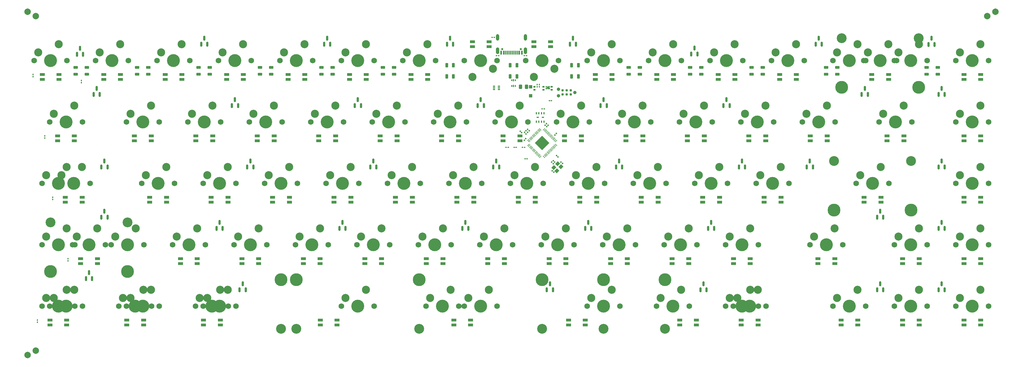
<source format=gbs>
G04 #@! TF.GenerationSoftware,KiCad,Pcbnew,(7.0.0)*
G04 #@! TF.CreationDate,2023-05-15T23:08:46-07:00*
G04 #@! TF.ProjectId,pcb-solder-rails,7063622d-736f-46c6-9465-722d7261696c,1.0*
G04 #@! TF.SameCoordinates,Original*
G04 #@! TF.FileFunction,Soldermask,Bot*
G04 #@! TF.FilePolarity,Negative*
%FSLAX46Y46*%
G04 Gerber Fmt 4.6, Leading zero omitted, Abs format (unit mm)*
G04 Created by KiCad (PCBNEW (7.0.0)) date 2023-05-15 23:08:46*
%MOMM*%
%LPD*%
G01*
G04 APERTURE LIST*
G04 Aperture macros list*
%AMRoundRect*
0 Rectangle with rounded corners*
0 $1 Rounding radius*
0 $2 $3 $4 $5 $6 $7 $8 $9 X,Y pos of 4 corners*
0 Add a 4 corners polygon primitive as box body*
4,1,4,$2,$3,$4,$5,$6,$7,$8,$9,$2,$3,0*
0 Add four circle primitives for the rounded corners*
1,1,$1+$1,$2,$3*
1,1,$1+$1,$4,$5*
1,1,$1+$1,$6,$7*
1,1,$1+$1,$8,$9*
0 Add four rect primitives between the rounded corners*
20,1,$1+$1,$2,$3,$4,$5,0*
20,1,$1+$1,$4,$5,$6,$7,0*
20,1,$1+$1,$6,$7,$8,$9,0*
20,1,$1+$1,$8,$9,$2,$3,0*%
%AMRotRect*
0 Rectangle, with rotation*
0 The origin of the aperture is its center*
0 $1 length*
0 $2 width*
0 $3 Rotation angle, in degrees counterclockwise*
0 Add horizontal line*
21,1,$1,$2,0,0,$3*%
G04 Aperture macros list end*
%ADD10C,0.010000*%
%ADD11RoundRect,0.082000X-0.718000X0.328000X-0.718000X-0.328000X0.718000X-0.328000X0.718000X0.328000X0*%
%ADD12C,1.750000*%
%ADD13C,4.000000*%
%ADD14C,2.500000*%
%ADD15C,3.048000*%
%ADD16C,3.987800*%
%ADD17RoundRect,0.082000X0.718000X-0.328000X0.718000X0.328000X-0.718000X0.328000X-0.718000X-0.328000X0*%
%ADD18C,2.000000*%
%ADD19RoundRect,0.100000X0.130000X0.100000X-0.130000X0.100000X-0.130000X-0.100000X0.130000X-0.100000X0*%
%ADD20RoundRect,0.150000X0.150000X-0.587500X0.150000X0.587500X-0.150000X0.587500X-0.150000X-0.587500X0*%
%ADD21RoundRect,0.090000X0.560000X-0.360000X0.560000X0.360000X-0.560000X0.360000X-0.560000X-0.360000X0*%
%ADD22RotRect,1.150000X1.000000X45.000000*%
%ADD23RoundRect,0.100000X-0.021213X-0.162635X0.162635X0.021213X0.021213X0.162635X-0.162635X-0.021213X0*%
%ADD24RoundRect,0.100000X-0.100000X0.130000X-0.100000X-0.130000X0.100000X-0.130000X0.100000X0.130000X0*%
%ADD25R,0.375000X0.500000*%
%ADD26R,0.300000X0.650000*%
%ADD27RoundRect,0.100000X-0.162635X0.021213X0.021213X-0.162635X0.162635X-0.021213X-0.021213X0.162635X0*%
%ADD28RoundRect,0.100000X0.100000X-0.130000X0.100000X0.130000X-0.100000X0.130000X-0.100000X-0.130000X0*%
%ADD29C,1.067000*%
%ADD30C,0.787000*%
%ADD31R,0.400000X0.800000*%
%ADD32R,0.800000X0.350000*%
%ADD33C,0.650000*%
%ADD34R,0.600000X1.150000*%
%ADD35R,0.300000X1.150000*%
%ADD36O,1.000000X2.000000*%
%ADD37O,1.050000X2.100000*%
%ADD38RoundRect,0.100000X0.162635X-0.021213X-0.021213X0.162635X-0.162635X0.021213X0.021213X-0.162635X0*%
%ADD39RoundRect,0.050000X0.238649X0.309359X-0.309359X-0.238649X-0.238649X-0.309359X0.309359X0.238649X0*%
%ADD40RoundRect,0.050000X-0.238649X0.309359X-0.309359X0.238649X0.238649X-0.309359X0.309359X-0.238649X0*%
%ADD41RotRect,3.200000X3.200000X225.000000*%
%ADD42RoundRect,0.100000X-0.130000X-0.100000X0.130000X-0.100000X0.130000X0.100000X-0.130000X0.100000X0*%
%ADD43RoundRect,0.090000X0.360000X0.560000X-0.360000X0.560000X-0.360000X-0.560000X0.360000X-0.560000X0*%
%ADD44RoundRect,0.140000X-0.170000X0.140000X-0.170000X-0.140000X0.170000X-0.140000X0.170000X0.140000X0*%
%ADD45RoundRect,0.100000X0.021213X0.162635X-0.162635X-0.021213X-0.021213X-0.162635X0.162635X0.021213X0*%
%ADD46R,0.700000X0.340000*%
%ADD47RoundRect,0.090000X-0.360000X-0.560000X0.360000X-0.560000X0.360000X0.560000X-0.360000X0.560000X0*%
%ADD48RoundRect,0.250000X0.300000X-0.300000X0.300000X0.300000X-0.300000X0.300000X-0.300000X-0.300000X0*%
%ADD49RoundRect,0.243750X-0.243750X-0.456250X0.243750X-0.456250X0.243750X0.456250X-0.243750X0.456250X0*%
G04 APERTURE END LIST*
G04 #@! TO.C,U8*
G36*
X164180143Y85458143D02*
G01*
X163767000Y85045001D01*
X163353857Y85458143D01*
X163767000Y85871286D01*
X164180143Y85458143D01*
G37*
D10*
X164180143Y85458143D02*
X163767000Y85045001D01*
X163353857Y85458143D01*
X163767000Y85871286D01*
X164180143Y85458143D01*
G36*
X164427000Y84980000D02*
G01*
X163902000Y84980000D01*
X163902000Y85110000D01*
X164147000Y85360000D01*
X164427000Y85360000D01*
X164427000Y84980000D01*
G37*
G36*
X164427000Y85560000D02*
G01*
X164147000Y85560000D01*
X163902000Y85810000D01*
X163902000Y85940000D01*
X164427000Y85940000D01*
X164427000Y85560000D01*
G37*
G36*
X163632000Y85110000D02*
G01*
X163632000Y84980000D01*
X163107000Y84980000D01*
X163107000Y85360000D01*
X163387000Y85360000D01*
X163632000Y85110000D01*
G37*
G36*
X163632000Y85810000D02*
G01*
X163387000Y85560000D01*
X163107000Y85560000D01*
X163107000Y85940000D01*
X163632000Y85940000D01*
X163632000Y85810000D01*
G37*
G04 #@! TD*
D11*
G04 #@! TO.C,D16*
X26099500Y89520001D03*
X26099500Y88020001D03*
X31299500Y88020001D03*
X31299500Y89520001D03*
G04 #@! TD*
D12*
G04 #@! TO.C,MX68*
X6950750Y55750000D03*
D13*
X12030750Y55750000D03*
D12*
X17110750Y55750000D03*
D14*
X8220750Y58290000D03*
X14570750Y60830000D03*
G04 #@! TD*
D12*
G04 #@! TO.C,MX18*
X52194500Y74800000D03*
D13*
X57274500Y74800000D03*
D12*
X62354500Y74800000D03*
D14*
X53464500Y77340000D03*
X59814500Y79880000D03*
G04 #@! TD*
D12*
G04 #@! TO.C,MX6*
X99819500Y93850000D03*
D13*
X104899500Y93850000D03*
D12*
X109979500Y93850000D03*
D14*
X101089500Y96390000D03*
X107439500Y98930000D03*
G04 #@! TD*
D12*
G04 #@! TO.C,MX67*
X290319500Y17650000D03*
D13*
X295399500Y17650000D03*
D12*
X300479500Y17650000D03*
D14*
X291589500Y20190000D03*
X297939500Y22730000D03*
G04 #@! TD*
D11*
G04 #@! TO.C,D65*
X145162000Y32370001D03*
X145162000Y30870001D03*
X150362000Y30870001D03*
X150362000Y32370001D03*
G04 #@! TD*
G04 #@! TO.C,D81*
X254699500Y13320001D03*
X254699500Y11820001D03*
X259899500Y11820001D03*
X259899500Y13320001D03*
G04 #@! TD*
D12*
G04 #@! TO.C,MX78*
X99819500Y17650000D03*
D13*
X104899500Y17650000D03*
D12*
X109979500Y17650000D03*
D14*
X101089500Y20190000D03*
X107439500Y22730000D03*
G04 #@! TD*
D12*
G04 #@! TO.C,MX73*
X6950750Y36700000D03*
D13*
X12030750Y36700000D03*
D12*
X17110750Y36700000D03*
D14*
X8220750Y39240000D03*
X14570750Y41780000D03*
G04 #@! TD*
D11*
G04 #@! TO.C,D72*
X292799500Y32370001D03*
X292799500Y30870001D03*
X297999500Y30870001D03*
X297999500Y32370001D03*
G04 #@! TD*
D12*
G04 #@! TO.C,MX59*
X6950750Y17650000D03*
D13*
X12030750Y17650000D03*
D12*
X17110750Y17650000D03*
D14*
X8220750Y20190000D03*
X14570750Y22730000D03*
G04 #@! TD*
D12*
G04 #@! TO.C,MX36*
X114107000Y55750000D03*
D13*
X119187000Y55750000D03*
D12*
X124267000Y55750000D03*
D14*
X115377000Y58290000D03*
X121727000Y60830000D03*
G04 #@! TD*
D12*
G04 #@! TO.C,MX71*
X56957000Y17650000D03*
D13*
X62037000Y17650000D03*
D12*
X67117000Y17650000D03*
D14*
X58227000Y20190000D03*
X64577000Y22730000D03*
G04 #@! TD*
D12*
G04 #@! TO.C,MX2*
X23619500Y93850000D03*
D13*
X28699500Y93850000D03*
D12*
X33779500Y93850000D03*
D14*
X24889500Y96390000D03*
X31239500Y98930000D03*
G04 #@! TD*
D11*
G04 #@! TO.C,D25*
X197549500Y89520001D03*
X197549500Y88020001D03*
X202749500Y88020001D03*
X202749500Y89520001D03*
G04 #@! TD*
G04 #@! TO.C,D17*
X45149500Y89520001D03*
X45149500Y88020001D03*
X50349500Y88020001D03*
X50349500Y89520001D03*
G04 #@! TD*
G04 #@! TO.C,D78*
X170226000Y13320001D03*
X170226000Y11820001D03*
X175426000Y11820001D03*
X175426000Y13320001D03*
G04 #@! TD*
D12*
G04 #@! TO.C,MX69*
X9332000Y17650000D03*
D13*
X14412000Y17650000D03*
D12*
X19492000Y17650000D03*
D14*
X10602000Y20190000D03*
X16952000Y22730000D03*
G04 #@! TD*
D11*
G04 #@! TO.C,D71*
X273749500Y32370001D03*
X273749500Y30870001D03*
X278949500Y30870001D03*
X278949500Y32370001D03*
G04 #@! TD*
D12*
G04 #@! TO.C,MX60*
X30763250Y17650000D03*
D13*
X35843250Y17650000D03*
D12*
X40923250Y17650000D03*
D14*
X32033250Y20190000D03*
X38383250Y22730000D03*
G04 #@! TD*
D12*
G04 #@! TO.C,MX58*
X290319500Y36700000D03*
D13*
X295399500Y36700000D03*
D12*
X300479500Y36700000D03*
D14*
X291589500Y39240000D03*
X297939500Y41780000D03*
G04 #@! TD*
D11*
G04 #@! TO.C,D29*
X292799500Y89520001D03*
X292799500Y88020001D03*
X297999500Y88020001D03*
X297999500Y89520001D03*
G04 #@! TD*
G04 #@! TO.C,D48*
X78487000Y51420001D03*
X78487000Y49920001D03*
X83687000Y49920001D03*
X83687000Y51420001D03*
G04 #@! TD*
D15*
G04 #@! TO.C,REF\u002A\u002A*
X200149500Y10665000D03*
D16*
X200149500Y25905000D03*
D15*
X85849500Y10665000D03*
D16*
X85849500Y25905000D03*
G04 #@! TD*
D12*
G04 #@! TO.C,MX20*
X90294500Y74800000D03*
D13*
X95374500Y74800000D03*
D12*
X100454500Y74800000D03*
D14*
X91564500Y77340000D03*
X97914500Y79880000D03*
G04 #@! TD*
D12*
G04 #@! TO.C,MX40*
X190307000Y55750000D03*
D13*
X195387000Y55750000D03*
D12*
X200467000Y55750000D03*
D14*
X191577000Y58290000D03*
X197927000Y60830000D03*
G04 #@! TD*
D11*
G04 #@! TO.C,D73*
X9430750Y13320001D03*
X9430750Y11820001D03*
X14630750Y11820001D03*
X14630750Y13320001D03*
G04 #@! TD*
G04 #@! TO.C,D67*
X183262000Y32370001D03*
X183262000Y30870001D03*
X188462000Y30870001D03*
X188462000Y32370001D03*
G04 #@! TD*
D12*
G04 #@! TO.C,MX28*
X242694500Y74800000D03*
D13*
X247774500Y74800000D03*
D12*
X252854500Y74800000D03*
D14*
X243964500Y77340000D03*
X250314500Y79880000D03*
G04 #@! TD*
D11*
G04 #@! TO.C,D37*
X149924500Y70470001D03*
X149924500Y68970001D03*
X155124500Y68970001D03*
X155124500Y70470001D03*
G04 #@! TD*
D12*
G04 #@! TO.C,MX52*
X161732000Y36700000D03*
D13*
X166812000Y36700000D03*
D12*
X171892000Y36700000D03*
D14*
X163002000Y39240000D03*
X169352000Y41780000D03*
G04 #@! TD*
D11*
G04 #@! TO.C,D28*
X264224500Y89520001D03*
X264224500Y88020001D03*
X269424500Y88020001D03*
X269424500Y89520001D03*
G04 #@! TD*
D12*
G04 #@! TO.C,MX8*
X148079500Y93850000D03*
D13*
X142999500Y93850000D03*
D12*
X137919500Y93850000D03*
D14*
X146809500Y91310000D03*
X140459500Y88770000D03*
G04 #@! TD*
D12*
G04 #@! TO.C,MX12*
X214119500Y93850000D03*
D13*
X219199500Y93850000D03*
D12*
X224279500Y93850000D03*
D14*
X215389500Y96390000D03*
X221739500Y98930000D03*
G04 #@! TD*
D15*
G04 #@! TO.C,REF\u002A\u002A*
X200149500Y10665000D03*
D16*
X200149500Y25905000D03*
D15*
X162049500Y10665000D03*
D16*
X162049500Y25905000D03*
G04 #@! TD*
D12*
G04 #@! TO.C,MX46*
X47432000Y36700000D03*
D13*
X52512000Y36700000D03*
D12*
X57592000Y36700000D03*
D14*
X48702000Y39240000D03*
X55052000Y41780000D03*
G04 #@! TD*
D12*
G04 #@! TO.C,MX38*
X152207000Y55750000D03*
D13*
X157287000Y55750000D03*
D12*
X162367000Y55750000D03*
D14*
X153477000Y58290000D03*
X159827000Y60830000D03*
G04 #@! TD*
D12*
G04 #@! TO.C,MX72*
X137919500Y17650000D03*
D13*
X142999500Y17650000D03*
D12*
X148079500Y17650000D03*
D14*
X139189500Y20190000D03*
X145539500Y22730000D03*
G04 #@! TD*
D11*
G04 #@! TO.C,D51*
X135637000Y51420001D03*
X135637000Y49920001D03*
X140837000Y49920001D03*
X140837000Y51420001D03*
G04 #@! TD*
G04 #@! TO.C,D38*
X168974500Y70470001D03*
X168974500Y68970001D03*
X174174500Y68970001D03*
X174174500Y70470001D03*
G04 #@! TD*
D12*
G04 #@! TO.C,MX29*
X266507000Y74800000D03*
D13*
X271587000Y74800000D03*
D12*
X276667000Y74800000D03*
D14*
X267777000Y77340000D03*
X274127000Y79880000D03*
G04 #@! TD*
D11*
G04 #@! TO.C,D55*
X211837000Y51420001D03*
X211837000Y49920001D03*
X217037000Y49920001D03*
X217037000Y51420001D03*
G04 #@! TD*
G04 #@! TO.C,D76*
X93240500Y13317901D03*
X93240500Y11817901D03*
X98440500Y11817901D03*
X98440500Y13317901D03*
G04 #@! TD*
D12*
G04 #@! TO.C,MX33*
X56957000Y55750000D03*
D13*
X62037000Y55750000D03*
D12*
X67117000Y55750000D03*
D14*
X58227000Y58290000D03*
X64577000Y60830000D03*
G04 #@! TD*
D11*
G04 #@! TO.C,D15*
X7049500Y89520001D03*
X7049500Y88020001D03*
X12249500Y88020001D03*
X12249500Y89520001D03*
G04 #@! TD*
D12*
G04 #@! TO.C,MX43*
X259363250Y55750000D03*
D13*
X264443250Y55750000D03*
D12*
X269523250Y55750000D03*
D14*
X260633250Y58290000D03*
X266983250Y60830000D03*
G04 #@! TD*
D11*
G04 #@! TO.C,D74*
X33243250Y13320001D03*
X33243250Y11820001D03*
X38443250Y11820001D03*
X38443250Y13320001D03*
G04 #@! TD*
G04 #@! TO.C,D27*
X235649500Y89520001D03*
X235649500Y88020001D03*
X240849500Y88020001D03*
X240849500Y89520001D03*
G04 #@! TD*
D12*
G04 #@! TO.C,MX34*
X76007000Y55750000D03*
D13*
X81087000Y55750000D03*
D12*
X86167000Y55750000D03*
D14*
X77277000Y58290000D03*
X83627000Y60830000D03*
G04 #@! TD*
D12*
G04 #@! TO.C,MX9*
X167129500Y93850000D03*
D13*
X162049500Y93850000D03*
D12*
X156969500Y93850000D03*
D14*
X165859500Y91310000D03*
X159509500Y88770000D03*
G04 #@! TD*
D11*
G04 #@! TO.C,D58*
X292799500Y51420001D03*
X292799500Y49920001D03*
X297999500Y49920001D03*
X297999500Y51420001D03*
G04 #@! TD*
D12*
G04 #@! TO.C,MX64*
X221263250Y17650000D03*
D13*
X226343250Y17650000D03*
D12*
X231423250Y17650000D03*
D14*
X222533250Y20190000D03*
X228883250Y22730000D03*
G04 #@! TD*
D12*
G04 #@! TO.C,MX62*
X126013250Y17650000D03*
D13*
X131093250Y17650000D03*
D12*
X136173250Y17650000D03*
D14*
X127283250Y20190000D03*
X133633250Y22730000D03*
G04 #@! TD*
D12*
G04 #@! TO.C,MX1*
X4569500Y93850000D03*
D13*
X9649500Y93850000D03*
D12*
X14729500Y93850000D03*
D14*
X5839500Y96390000D03*
X12189500Y98930000D03*
G04 #@! TD*
D11*
G04 #@! TO.C,D54*
X192787000Y51420001D03*
X192787000Y49920001D03*
X197987000Y49920001D03*
X197987000Y51420001D03*
G04 #@! TD*
D17*
G04 #@! TO.C,D22*
X145599500Y98179999D03*
X145599500Y99679999D03*
X140399500Y99679999D03*
X140399500Y98179999D03*
G04 #@! TD*
D12*
G04 #@! TO.C,MX79*
X176019500Y17650000D03*
D13*
X181099500Y17650000D03*
D12*
X186179500Y17650000D03*
D14*
X177289500Y20190000D03*
X183639500Y22730000D03*
G04 #@! TD*
D18*
G04 #@! TO.C,REF\u002A\u002A*
X2500000Y109000000D03*
G04 #@! TD*
D12*
G04 #@! TO.C,MX54*
X199832000Y36700000D03*
D13*
X204912000Y36700000D03*
D12*
X209992000Y36700000D03*
D14*
X201102000Y39240000D03*
X207452000Y41780000D03*
G04 #@! TD*
D12*
G04 #@! TO.C,MX70*
X33144500Y17650000D03*
D13*
X38224500Y17650000D03*
D12*
X43304500Y17650000D03*
D14*
X34414500Y20190000D03*
X40764500Y22730000D03*
G04 #@! TD*
D12*
G04 #@! TO.C,MX48*
X85532000Y36700000D03*
D13*
X90612000Y36700000D03*
D12*
X95692000Y36700000D03*
D14*
X86802000Y39240000D03*
X93152000Y41780000D03*
G04 #@! TD*
D11*
G04 #@! TO.C,D52*
X154687000Y51420001D03*
X154687000Y49920001D03*
X159887000Y49920001D03*
X159887000Y51420001D03*
G04 #@! TD*
D12*
G04 #@! TO.C,MX35*
X95057000Y55750000D03*
D13*
X100137000Y55750000D03*
D12*
X105217000Y55750000D03*
D14*
X96327000Y58290000D03*
X102677000Y60830000D03*
G04 #@! TD*
D11*
G04 #@! TO.C,D40*
X207074500Y70470001D03*
X207074500Y68970001D03*
X212274500Y68970001D03*
X212274500Y70470001D03*
G04 #@! TD*
G04 #@! TO.C,D49*
X97537000Y51420001D03*
X97537000Y49920001D03*
X102737000Y49920001D03*
X102737000Y51420001D03*
G04 #@! TD*
D12*
G04 #@! TO.C,MX57*
X271269500Y36700000D03*
D13*
X276349500Y36700000D03*
D12*
X281429500Y36700000D03*
D14*
X272539500Y39240000D03*
X278889500Y41780000D03*
G04 #@! TD*
D11*
G04 #@! TO.C,D33*
X73724500Y70470001D03*
X73724500Y68970001D03*
X78924500Y68970001D03*
X78924500Y70470001D03*
G04 #@! TD*
G04 #@! TO.C,D66*
X164212000Y32370001D03*
X164212000Y30870001D03*
X169412000Y30870001D03*
X169412000Y32370001D03*
G04 #@! TD*
G04 #@! TO.C,D64*
X126112000Y32370001D03*
X126112000Y30870001D03*
X131312000Y30870001D03*
X131312000Y32370001D03*
G04 #@! TD*
D12*
G04 #@! TO.C,MX39*
X171257000Y55750000D03*
D13*
X176337000Y55750000D03*
D12*
X181417000Y55750000D03*
D14*
X172527000Y58290000D03*
X178877000Y60830000D03*
G04 #@! TD*
D12*
G04 #@! TO.C,MX21*
X109344500Y74800000D03*
D13*
X114424500Y74800000D03*
D12*
X119504500Y74800000D03*
D14*
X110614500Y77340000D03*
X116964500Y79880000D03*
G04 #@! TD*
D12*
G04 #@! TO.C,MX23*
X147444500Y74800000D03*
D13*
X152524500Y74800000D03*
D12*
X157604500Y74800000D03*
D14*
X148714500Y77340000D03*
X155064500Y79880000D03*
G04 #@! TD*
D11*
G04 #@! TO.C,D69*
X221362000Y32370001D03*
X221362000Y30870001D03*
X226562000Y30870001D03*
X226562000Y32370001D03*
G04 #@! TD*
D12*
G04 #@! TO.C,MX19*
X71244500Y74800000D03*
D13*
X76324500Y74800000D03*
D12*
X81404500Y74800000D03*
D14*
X72514500Y77340000D03*
X78864500Y79880000D03*
G04 #@! TD*
D11*
G04 #@! TO.C,D19*
X83249500Y89520001D03*
X83249500Y88020001D03*
X88449500Y88020001D03*
X88449500Y89520001D03*
G04 #@! TD*
G04 #@! TO.C,D39*
X188024500Y70470001D03*
X188024500Y68970001D03*
X193224500Y68970001D03*
X193224500Y70470001D03*
G04 #@! TD*
D15*
G04 #@! TO.C,REF\u002A\u002A*
X123949500Y10665000D03*
D16*
X123949500Y25905000D03*
D15*
X85849500Y10665000D03*
D16*
X85849500Y25905000D03*
G04 #@! TD*
D12*
G04 #@! TO.C,MX82*
X252219500Y93850000D03*
D13*
X257299500Y93850000D03*
D12*
X262379500Y93850000D03*
D14*
X253489500Y96390000D03*
X259839500Y98930000D03*
G04 #@! TD*
D11*
G04 #@! TO.C,D77*
X134641250Y13320001D03*
X134641250Y11820001D03*
X139841250Y11820001D03*
X139841250Y13320001D03*
G04 #@! TD*
D17*
G04 #@! TO.C,D23*
X164649500Y98179999D03*
X164649500Y99679999D03*
X159449500Y99679999D03*
X159449500Y98179999D03*
G04 #@! TD*
D12*
G04 #@! TO.C,MX56*
X245075750Y36700000D03*
D13*
X250155750Y36700000D03*
D12*
X255235750Y36700000D03*
D14*
X246345750Y39240000D03*
X252695750Y41780000D03*
G04 #@! TD*
D11*
G04 #@! TO.C,D53*
X173737000Y51420001D03*
X173737000Y49920001D03*
X178937000Y49920001D03*
X178937000Y51420001D03*
G04 #@! TD*
D18*
G04 #@! TO.C,REF\u002A\u002A*
X2500000Y2500000D03*
G04 #@! TD*
D12*
G04 #@! TO.C,MX44*
X290319500Y55750000D03*
D13*
X295399500Y55750000D03*
D12*
X300479500Y55750000D03*
D14*
X291589500Y58290000D03*
X297939500Y60830000D03*
G04 #@! TD*
D12*
G04 #@! TO.C,MX74*
X218882000Y17650000D03*
D13*
X223962000Y17650000D03*
D12*
X229042000Y17650000D03*
D14*
X220152000Y20190000D03*
X226502000Y22730000D03*
G04 #@! TD*
D11*
G04 #@! TO.C,D75*
X57055750Y13320001D03*
X57055750Y11820001D03*
X62255750Y11820001D03*
X62255750Y13320001D03*
G04 #@! TD*
D15*
G04 #@! TO.C,REF\u002A\u002A*
X254886500Y100835000D03*
D16*
X254886500Y85595000D03*
D15*
X278762500Y100835000D03*
D16*
X278762500Y85595000D03*
G04 #@! TD*
D11*
G04 #@! TO.C,D60*
X49912000Y32370001D03*
X49912000Y30870001D03*
X55112000Y30870001D03*
X55112000Y32370001D03*
G04 #@! TD*
D12*
G04 #@! TO.C,MX7*
X118869500Y93850000D03*
D13*
X123949500Y93850000D03*
D12*
X129029500Y93850000D03*
D14*
X120139500Y96390000D03*
X126489500Y98930000D03*
G04 #@! TD*
D12*
G04 #@! TO.C,MX17*
X33144500Y74800000D03*
D13*
X38224500Y74800000D03*
D12*
X43304500Y74800000D03*
D14*
X34414500Y77340000D03*
X40764500Y79880000D03*
G04 #@! TD*
D11*
G04 #@! TO.C,D18*
X64199500Y89520001D03*
X64199500Y88020001D03*
X69399500Y88020001D03*
X69399500Y89520001D03*
G04 #@! TD*
D12*
G04 #@! TO.C,MX63*
X197450750Y17650000D03*
D13*
X202530750Y17650000D03*
D12*
X207610750Y17650000D03*
D14*
X198720750Y20190000D03*
X205070750Y22730000D03*
G04 #@! TD*
D12*
G04 #@! TO.C,MX45*
X16475750Y36700000D03*
D13*
X21555750Y36700000D03*
D12*
X26635750Y36700000D03*
D14*
X17745750Y39240000D03*
X24095750Y41780000D03*
G04 #@! TD*
D12*
G04 #@! TO.C,MX16*
X9332000Y74800000D03*
D13*
X14412000Y74800000D03*
D12*
X19492000Y74800000D03*
D14*
X10602000Y77340000D03*
X16952000Y79880000D03*
G04 #@! TD*
D18*
G04 #@! TO.C,REF\u002A\u002A*
X302549000Y109000000D03*
G04 #@! TD*
D11*
G04 #@! TO.C,D24*
X178499500Y89520001D03*
X178499500Y88020001D03*
X183699500Y88020001D03*
X183699500Y89520001D03*
G04 #@! TD*
G04 #@! TO.C,D50*
X116587000Y51420001D03*
X116587000Y49920001D03*
X121787000Y49920001D03*
X121787000Y51420001D03*
G04 #@! TD*
G04 #@! TO.C,D47*
X59437000Y51420001D03*
X59437000Y49920001D03*
X64637000Y49920001D03*
X64637000Y51420001D03*
G04 #@! TD*
D12*
G04 #@! TO.C,MX81*
X271269500Y93850000D03*
D13*
X276349500Y93850000D03*
D12*
X281429500Y93850000D03*
D14*
X272539500Y96390000D03*
X278889500Y98930000D03*
G04 #@! TD*
D12*
G04 #@! TO.C,MX55*
X218882000Y36700000D03*
D13*
X223962000Y36700000D03*
D12*
X229042000Y36700000D03*
D14*
X220152000Y39240000D03*
X226502000Y41780000D03*
G04 #@! TD*
D15*
G04 #@! TO.C,REF\u002A\u002A*
X181093250Y10665000D03*
D16*
X181093250Y25905000D03*
D15*
X81093250Y10665000D03*
D16*
X81093250Y25905000D03*
G04 #@! TD*
D15*
G04 #@! TO.C,REF\u002A\u002A*
X252505250Y62735000D03*
D16*
X252505250Y47495000D03*
D15*
X276381250Y62735000D03*
D16*
X276381250Y47495000D03*
G04 #@! TD*
D11*
G04 #@! TO.C,D42*
X245174500Y70470001D03*
X245174500Y68970001D03*
X250374500Y68970001D03*
X250374500Y70470001D03*
G04 #@! TD*
G04 #@! TO.C,D44*
X292799500Y70470001D03*
X292799500Y68970001D03*
X297999500Y68970001D03*
X297999500Y70470001D03*
G04 #@! TD*
G04 #@! TO.C,D32*
X54674500Y70470001D03*
X54674500Y68970001D03*
X59874500Y68970001D03*
X59874500Y70470001D03*
G04 #@! TD*
G04 #@! TO.C,D36*
X130874500Y70470001D03*
X130874500Y68970001D03*
X136074500Y68970001D03*
X136074500Y70470001D03*
G04 #@! TD*
D12*
G04 #@! TO.C,MX42*
X228407000Y55750000D03*
D13*
X233487000Y55750000D03*
D12*
X238567000Y55750000D03*
D14*
X229677000Y58290000D03*
X236027000Y60830000D03*
G04 #@! TD*
D12*
G04 #@! TO.C,MX26*
X204594500Y74800000D03*
D13*
X209674500Y74800000D03*
D12*
X214754500Y74800000D03*
D14*
X205864500Y77340000D03*
X212214500Y79880000D03*
G04 #@! TD*
D12*
G04 #@! TO.C,MX5*
X80769500Y93850000D03*
D13*
X85849500Y93850000D03*
D12*
X90929500Y93850000D03*
D14*
X82039500Y96390000D03*
X88389500Y98930000D03*
G04 #@! TD*
D11*
G04 #@! TO.C,D34*
X92774500Y70470001D03*
X92774500Y68970001D03*
X97974500Y68970001D03*
X97974500Y70470001D03*
G04 #@! TD*
G04 #@! TO.C,D56*
X230887000Y51420001D03*
X230887000Y49920001D03*
X236087000Y49920001D03*
X236087000Y51420001D03*
G04 #@! TD*
D12*
G04 #@! TO.C,MX49*
X104582000Y36700000D03*
D13*
X109662000Y36700000D03*
D12*
X114742000Y36700000D03*
D14*
X105852000Y39240000D03*
X112202000Y41780000D03*
G04 #@! TD*
D12*
G04 #@! TO.C,MX53*
X180782000Y36700000D03*
D13*
X185862000Y36700000D03*
D12*
X190942000Y36700000D03*
D14*
X182052000Y39240000D03*
X188402000Y41780000D03*
G04 #@! TD*
D11*
G04 #@! TO.C,D68*
X202312000Y32370001D03*
X202312000Y30870001D03*
X207512000Y30870001D03*
X207512000Y32370001D03*
G04 #@! TD*
D12*
G04 #@! TO.C,MX50*
X123632000Y36700000D03*
D13*
X128712000Y36700000D03*
D12*
X133792000Y36700000D03*
D14*
X124902000Y39240000D03*
X131252000Y41780000D03*
G04 #@! TD*
D11*
G04 #@! TO.C,D61*
X68962000Y32370001D03*
X68962000Y30870001D03*
X74162000Y30870001D03*
X74162000Y32370001D03*
G04 #@! TD*
G04 #@! TO.C,D43*
X268987000Y70470001D03*
X268987000Y68970001D03*
X274187000Y68970001D03*
X274187000Y70470001D03*
G04 #@! TD*
G04 #@! TO.C,D57*
X261843250Y51420001D03*
X261843250Y49920001D03*
X267043250Y49920001D03*
X267043250Y51420001D03*
G04 #@! TD*
G04 #@! TO.C,D80*
X223743250Y13320001D03*
X223743250Y11820001D03*
X228943250Y11820001D03*
X228943250Y13320001D03*
G04 #@! TD*
D12*
G04 #@! TO.C,MX41*
X209357000Y55750000D03*
D13*
X214437000Y55750000D03*
D12*
X219517000Y55750000D03*
D14*
X210627000Y58290000D03*
X216977000Y60830000D03*
G04 #@! TD*
D11*
G04 #@! TO.C,D26*
X216599500Y89520001D03*
X216599500Y88020001D03*
X221799500Y88020001D03*
X221799500Y89520001D03*
G04 #@! TD*
D12*
G04 #@! TO.C,MX11*
X195069500Y93850000D03*
D13*
X200149500Y93850000D03*
D12*
X205229500Y93850000D03*
D14*
X196339500Y96390000D03*
X202689500Y98930000D03*
G04 #@! TD*
D11*
G04 #@! TO.C,D41*
X226124500Y70470001D03*
X226124500Y68970001D03*
X231324500Y68970001D03*
X231324500Y70470001D03*
G04 #@! TD*
D12*
G04 #@! TO.C,MX65*
X252219500Y17650000D03*
D13*
X257299500Y17650000D03*
D12*
X262379500Y17650000D03*
D14*
X253489500Y20190000D03*
X259839500Y22730000D03*
G04 #@! TD*
D11*
G04 #@! TO.C,D31*
X35624500Y70470001D03*
X35624500Y68970001D03*
X40824500Y68970001D03*
X40824500Y70470001D03*
G04 #@! TD*
D12*
G04 #@! TO.C,MX24*
X166494500Y74800000D03*
D13*
X171574500Y74800000D03*
D12*
X176654500Y74800000D03*
D14*
X167764500Y77340000D03*
X174114500Y79880000D03*
G04 #@! TD*
D12*
G04 #@! TO.C,MX14*
X261744500Y93850000D03*
D13*
X266824500Y93850000D03*
D12*
X271904500Y93850000D03*
D14*
X263014500Y96390000D03*
X269364500Y98930000D03*
G04 #@! TD*
D12*
G04 #@! TO.C,MX4*
X61719500Y93850000D03*
D13*
X66799500Y93850000D03*
D12*
X71879500Y93850000D03*
D14*
X62989500Y96390000D03*
X69339500Y98930000D03*
G04 #@! TD*
D12*
G04 #@! TO.C,MX13*
X233169500Y93850000D03*
D13*
X238249500Y93850000D03*
D12*
X243329500Y93850000D03*
D14*
X234439500Y96390000D03*
X240789500Y98930000D03*
G04 #@! TD*
D12*
G04 #@! TO.C,MX3*
X42669500Y93850000D03*
D13*
X47749500Y93850000D03*
D12*
X52829500Y93850000D03*
D14*
X43939500Y96390000D03*
X50289500Y98930000D03*
G04 #@! TD*
D12*
G04 #@! TO.C,MX80*
X28382000Y36700000D03*
D13*
X33462000Y36700000D03*
D12*
X38542000Y36700000D03*
D14*
X29652000Y39240000D03*
X36002000Y41780000D03*
G04 #@! TD*
D12*
G04 #@! TO.C,MX66*
X271269500Y17650000D03*
D13*
X276349500Y17650000D03*
D12*
X281429500Y17650000D03*
D14*
X272539500Y20190000D03*
X278889500Y22730000D03*
G04 #@! TD*
D11*
G04 #@! TO.C,D79*
X204654950Y13320001D03*
X204654950Y11820001D03*
X209854950Y11820001D03*
X209854950Y13320001D03*
G04 #@! TD*
D12*
G04 #@! TO.C,MX15*
X290319500Y93850000D03*
D13*
X295399500Y93850000D03*
D12*
X300479500Y93850000D03*
D14*
X291589500Y96390000D03*
X297939500Y98930000D03*
G04 #@! TD*
D11*
G04 #@! TO.C,D63*
X107062000Y32370001D03*
X107062000Y30870001D03*
X112262000Y30870001D03*
X112262000Y32370001D03*
G04 #@! TD*
G04 #@! TO.C,D35*
X111824500Y70470001D03*
X111824500Y68970001D03*
X117024500Y68970001D03*
X117024500Y70470001D03*
G04 #@! TD*
D12*
G04 #@! TO.C,MX31*
X11713250Y55750000D03*
D13*
X16793250Y55750000D03*
D12*
X21873250Y55750000D03*
D14*
X12983250Y58290000D03*
X19333250Y60830000D03*
G04 #@! TD*
D11*
G04 #@! TO.C,D62*
X88012000Y32370001D03*
X88012000Y30870001D03*
X93212000Y30870001D03*
X93212000Y32370001D03*
G04 #@! TD*
D12*
G04 #@! TO.C,MX27*
X223644500Y74800000D03*
D13*
X228724500Y74800000D03*
D12*
X233804500Y74800000D03*
D14*
X224914500Y77340000D03*
X231264500Y79880000D03*
G04 #@! TD*
D11*
G04 #@! TO.C,D59*
X18955750Y32370001D03*
X18955750Y30870001D03*
X24155750Y30870001D03*
X24155750Y32370001D03*
G04 #@! TD*
D12*
G04 #@! TO.C,MX61*
X54575750Y17650000D03*
D13*
X59655750Y17650000D03*
D12*
X64735750Y17650000D03*
D14*
X55845750Y20190000D03*
X62195750Y22730000D03*
G04 #@! TD*
D12*
G04 #@! TO.C,MX47*
X66482000Y36700000D03*
D13*
X71562000Y36700000D03*
D12*
X76642000Y36700000D03*
D14*
X67752000Y39240000D03*
X74102000Y41780000D03*
G04 #@! TD*
D12*
G04 #@! TO.C,MX32*
X37907000Y55750000D03*
D13*
X42987000Y55750000D03*
D12*
X48067000Y55750000D03*
D14*
X39177000Y58290000D03*
X45527000Y60830000D03*
G04 #@! TD*
D12*
G04 #@! TO.C,MX10*
X176019500Y93850000D03*
D13*
X181099500Y93850000D03*
D12*
X186179500Y93850000D03*
D14*
X177289500Y96390000D03*
X183639500Y98930000D03*
G04 #@! TD*
D15*
G04 #@! TO.C,REF\u002A\u002A*
X9617750Y43685000D03*
D16*
X9617750Y28445000D03*
D15*
X33493750Y43685000D03*
D16*
X33493750Y28445000D03*
G04 #@! TD*
D11*
G04 #@! TO.C,D20*
X102299500Y89520001D03*
X102299500Y88020001D03*
X107499500Y88020001D03*
X107499500Y89520001D03*
G04 #@! TD*
D12*
G04 #@! TO.C,MX51*
X142682000Y36700000D03*
D13*
X147762000Y36700000D03*
D12*
X152842000Y36700000D03*
D14*
X143952000Y39240000D03*
X150302000Y41780000D03*
G04 #@! TD*
D11*
G04 #@! TO.C,D83*
X292799500Y13320001D03*
X292799500Y11820001D03*
X297999500Y11820001D03*
X297999500Y13320001D03*
G04 #@! TD*
D12*
G04 #@! TO.C,MX30*
X290319500Y74800000D03*
D13*
X295399500Y74800000D03*
D12*
X300479500Y74800000D03*
D14*
X291589500Y77340000D03*
X297939500Y79880000D03*
G04 #@! TD*
D11*
G04 #@! TO.C,D82*
X273749500Y13320001D03*
X273749500Y11820001D03*
X278949500Y11820001D03*
X278949500Y13320001D03*
G04 #@! TD*
G04 #@! TO.C,D70*
X247555750Y32370001D03*
X247555750Y30870001D03*
X252755750Y30870001D03*
X252755750Y32370001D03*
G04 #@! TD*
D12*
G04 #@! TO.C,MX22*
X128394500Y74800000D03*
D13*
X133474500Y74800000D03*
D12*
X138554500Y74800000D03*
D14*
X129664500Y77340000D03*
X136014500Y79880000D03*
G04 #@! TD*
D11*
G04 #@! TO.C,D45*
X14193250Y51420001D03*
X14193250Y49920001D03*
X19393250Y49920001D03*
X19393250Y51420001D03*
G04 #@! TD*
D12*
G04 #@! TO.C,MX37*
X133157000Y55750000D03*
D13*
X138237000Y55750000D03*
D12*
X143317000Y55750000D03*
D14*
X134427000Y58290000D03*
X140777000Y60830000D03*
G04 #@! TD*
D11*
G04 #@! TO.C,D21*
X121349500Y89520001D03*
X121349500Y88020001D03*
X126549500Y88020001D03*
X126549500Y89520001D03*
G04 #@! TD*
G04 #@! TO.C,D46*
X40387000Y51420001D03*
X40387000Y49920001D03*
X45587000Y49920001D03*
X45587000Y51420001D03*
G04 #@! TD*
D12*
G04 #@! TO.C,MX25*
X185544500Y74800000D03*
D13*
X190624500Y74800000D03*
D12*
X195704500Y74800000D03*
D14*
X186814500Y77340000D03*
X193164500Y79880000D03*
G04 #@! TD*
D11*
G04 #@! TO.C,D30*
X11812000Y70470001D03*
X11812000Y68970001D03*
X17012000Y68970001D03*
X17012000Y70470001D03*
G04 #@! TD*
D18*
G04 #@! TO.C,REF\u002A\u002A*
X5000000Y3850000D03*
G04 #@! TD*
D19*
G04 #@! TO.C,FB2*
X147187000Y101100000D03*
X146547000Y101100000D03*
G04 #@! TD*
D20*
G04 #@! TO.C,D108*
X62987000Y41782500D03*
X61087000Y41782500D03*
X62037000Y43657500D03*
G04 #@! TD*
D21*
G04 #@! TO.C,D6*
X112667000Y89650000D03*
X112667000Y91750000D03*
X116117000Y91750000D03*
X116117000Y89650000D03*
G04 #@! TD*
D20*
G04 #@! TO.C,D90*
X248727000Y98932500D03*
X246827000Y98932500D03*
X247777000Y100807500D03*
G04 #@! TD*
G04 #@! TO.C,D109*
X101087000Y41782500D03*
X99187000Y41782500D03*
X100137000Y43657500D03*
G04 #@! TD*
G04 #@! TO.C,D91*
X283687000Y98902500D03*
X281787000Y98902500D03*
X282737000Y100777500D03*
G04 #@! TD*
D22*
G04 #@! TO.C,Y2*
X165633306Y60666255D03*
X166870743Y61903692D03*
X167860692Y60913743D03*
X166623255Y59676306D03*
G04 #@! TD*
D21*
G04 #@! TO.C,D4*
X74577000Y89650000D03*
X74577000Y91750000D03*
X78027000Y91750000D03*
X78027000Y89650000D03*
G04 #@! TD*
D23*
G04 #@! TO.C,C32*
X163410726Y73343726D03*
X163863274Y73796274D03*
G04 #@! TD*
D24*
G04 #@! TO.C,C12*
X15017000Y32360000D03*
X15017000Y31720000D03*
G04 #@! TD*
D20*
G04 #@! TO.C,D92*
X24877000Y83382500D03*
X22977000Y83382500D03*
X23927000Y85257500D03*
G04 #@! TD*
D25*
G04 #@! TO.C,U2*
X153674499Y86029999D03*
D26*
X153136999Y85954999D03*
D25*
X152599499Y86029999D03*
X152599499Y87729999D03*
D26*
X153136999Y87804999D03*
D25*
X153674499Y87729999D03*
G04 #@! TD*
D19*
G04 #@! TO.C,C31*
X156597000Y66960000D03*
X155957000Y66960000D03*
G04 #@! TD*
D20*
G04 #@! TO.C,D84*
X19687000Y95832500D03*
X17787000Y95832500D03*
X18737000Y97707500D03*
G04 #@! TD*
D18*
G04 #@! TO.C,REF\u002A\u002A*
X5000000Y107650000D03*
G04 #@! TD*
D20*
G04 #@! TO.C,D122*
X165382000Y22732500D03*
X163482000Y22732500D03*
X164432000Y24607500D03*
G04 #@! TD*
G04 #@! TO.C,D104*
X186817000Y60832500D03*
X184917000Y60832500D03*
X185867000Y62707500D03*
G04 #@! TD*
D27*
G04 #@! TO.C,R2*
X157040726Y72066274D03*
X157493274Y71613726D03*
G04 #@! TD*
D28*
G04 #@! TO.C,FB1*
X160457000Y85780000D03*
X160457000Y86420000D03*
G04 #@! TD*
D19*
G04 #@! TO.C,C30*
X157377000Y63400000D03*
X156737000Y63400000D03*
G04 #@! TD*
D29*
G04 #@! TO.C,J1*
X172207000Y83970000D03*
X167127000Y82954000D03*
X167127000Y84986000D03*
D30*
X170937000Y83335000D03*
X170937000Y84605000D03*
X169667000Y83335000D03*
X169667000Y84605000D03*
X168397000Y83335000D03*
X168397000Y84605000D03*
G04 #@! TD*
D20*
G04 #@! TO.C,D110*
X139187000Y41782500D03*
X137287000Y41782500D03*
X138237000Y43657500D03*
G04 #@! TD*
G04 #@! TO.C,D88*
X172527000Y98922500D03*
X170627000Y98922500D03*
X171577000Y100797500D03*
G04 #@! TD*
G04 #@! TO.C,D121*
X245967000Y60825000D03*
X244067000Y60825000D03*
X245017000Y62700000D03*
G04 #@! TD*
G04 #@! TO.C,D116*
X70127000Y22732500D03*
X68227000Y22732500D03*
X69177000Y24607500D03*
G04 #@! TD*
G04 #@! TO.C,D107*
X27267000Y45292500D03*
X25367000Y45292500D03*
X26317000Y47167500D03*
G04 #@! TD*
D31*
G04 #@! TO.C,U1*
X162624999Y74929999D03*
X161824999Y74929999D03*
X161024999Y74929999D03*
X160224999Y74929999D03*
X160224999Y77529999D03*
X161024999Y77529999D03*
X161824999Y77529999D03*
X162624999Y77529999D03*
D32*
X162226999Y76229999D03*
X160626999Y76229999D03*
G04 #@! TD*
D21*
G04 #@! TO.C,D5*
X93627000Y89650000D03*
X93627000Y91750000D03*
X97077000Y91750000D03*
X97077000Y89650000D03*
G04 #@! TD*
G04 #@! TO.C,D2*
X36477000Y89650000D03*
X36477000Y91750000D03*
X39927000Y91750000D03*
X39927000Y89650000D03*
G04 #@! TD*
D20*
G04 #@! TO.C,D96*
X182047000Y79882500D03*
X180147000Y79882500D03*
X181097000Y81757500D03*
G04 #@! TD*
G04 #@! TO.C,D95*
X143947000Y79882500D03*
X142047000Y79882500D03*
X142997000Y81757500D03*
G04 #@! TD*
G04 #@! TO.C,D106*
X286827000Y60832500D03*
X284927000Y60832500D03*
X285877000Y62707500D03*
G04 #@! TD*
D24*
G04 #@! TO.C,C9*
X4177000Y89510000D03*
X4177000Y88870000D03*
G04 #@! TD*
D33*
G04 #@! TO.C,J2*
X149647000Y97420000D03*
X155427000Y97420000D03*
D34*
X149336999Y96344999D03*
X150136999Y96344999D03*
D35*
X151286999Y96344999D03*
X152286999Y96344999D03*
X152786999Y96344999D03*
X153786999Y96344999D03*
D34*
X154936999Y96344999D03*
X155736999Y96344999D03*
X155736999Y96344999D03*
X154936999Y96344999D03*
D35*
X154286999Y96344999D03*
X153286999Y96344999D03*
X151786999Y96344999D03*
X150786999Y96344999D03*
D34*
X150136999Y96344999D03*
X149336999Y96344999D03*
D36*
X148216999Y101099999D03*
X156856999Y101099999D03*
D37*
X148216999Y96919999D03*
X156856999Y96919999D03*
G04 #@! TD*
D20*
G04 #@! TO.C,D100*
X27267000Y60832500D03*
X25367000Y60832500D03*
X26317000Y62707500D03*
G04 #@! TD*
D38*
G04 #@! TO.C,C27*
X158003274Y72103726D03*
X157550726Y72556274D03*
G04 #@! TD*
D19*
G04 #@! TO.C,C1*
X162647000Y78890000D03*
X162007000Y78890000D03*
G04 #@! TD*
D24*
G04 #@! TO.C,C11*
X10267000Y51410000D03*
X10267000Y50770000D03*
G04 #@! TD*
D38*
G04 #@! TO.C,C33*
X155703274Y71523726D03*
X155250726Y71976274D03*
G04 #@! TD*
D39*
G04 #@! TO.C,U6*
X162629202Y72557786D03*
X162912045Y72274943D03*
X163194887Y71992101D03*
X163477730Y71709258D03*
X163760573Y71426415D03*
X164043415Y71143573D03*
X164326258Y70860730D03*
X164609101Y70577887D03*
X164891944Y70295044D03*
X165174786Y70012202D03*
X165457629Y69729359D03*
X165740472Y69446516D03*
X166023314Y69163674D03*
X166306157Y68880831D03*
D40*
X166306157Y67696427D03*
X166023314Y67413584D03*
X165740472Y67130742D03*
X165457629Y66847899D03*
X165174786Y66565056D03*
X164891944Y66282214D03*
X164609101Y65999371D03*
X164326258Y65716528D03*
X164043415Y65433685D03*
X163760573Y65150843D03*
X163477730Y64868000D03*
X163194887Y64585157D03*
X162912045Y64302315D03*
X162629202Y64019472D03*
D39*
X161444798Y64019472D03*
X161161955Y64302315D03*
X160879113Y64585157D03*
X160596270Y64868000D03*
X160313427Y65150843D03*
X160030585Y65433685D03*
X159747742Y65716528D03*
X159464899Y65999371D03*
X159182056Y66282214D03*
X158899214Y66565056D03*
X158616371Y66847899D03*
X158333528Y67130742D03*
X158050686Y67413584D03*
X157767843Y67696427D03*
D40*
X157767843Y68880831D03*
X158050686Y69163674D03*
X158333528Y69446516D03*
X158616371Y69729359D03*
X158899214Y70012202D03*
X159182056Y70295044D03*
X159464899Y70577887D03*
X159747742Y70860730D03*
X160030585Y71143573D03*
X160313427Y71426415D03*
X160596270Y71709258D03*
X160879113Y71992101D03*
X161161955Y72274943D03*
X161444798Y72557786D03*
D41*
X162036999Y68288628D03*
G04 #@! TD*
D20*
G04 #@! TO.C,D117*
X213007000Y22732500D03*
X211107000Y22732500D03*
X212057000Y24607500D03*
G04 #@! TD*
D24*
G04 #@! TO.C,C13*
X5537000Y13320000D03*
X5537000Y12680000D03*
G04 #@! TD*
G04 #@! TO.C,C16*
X161157000Y86410000D03*
X161157000Y85770000D03*
G04 #@! TD*
D20*
G04 #@! TO.C,D102*
X110617000Y60832500D03*
X108717000Y60832500D03*
X109667000Y62707500D03*
G04 #@! TD*
G04 #@! TO.C,D113*
X267777000Y45282500D03*
X265877000Y45282500D03*
X266827000Y47157500D03*
G04 #@! TD*
G04 #@! TO.C,D114*
X286827000Y41782500D03*
X284927000Y41782500D03*
X285877000Y43657500D03*
G04 #@! TD*
D42*
G04 #@! TO.C,R4*
X156547000Y95400000D03*
X157187000Y95400000D03*
G04 #@! TD*
D20*
G04 #@! TO.C,D87*
X134427000Y98932500D03*
X132527000Y98932500D03*
X133477000Y100807500D03*
G04 #@! TD*
D42*
G04 #@! TO.C,C25*
X150867000Y66970000D03*
X151507000Y66970000D03*
G04 #@! TD*
D43*
G04 #@! TO.C,D9*
X173297000Y88950000D03*
X171197000Y88950000D03*
X171197000Y92400000D03*
X173297000Y92400000D03*
G04 #@! TD*
D23*
G04 #@! TO.C,R20*
X165460726Y61883726D03*
X165913274Y62336274D03*
G04 #@! TD*
D20*
G04 #@! TO.C,D86*
X96327000Y98932500D03*
X94427000Y98932500D03*
X95377000Y100807500D03*
G04 #@! TD*
D44*
G04 #@! TO.C,C40*
X165007000Y85770000D03*
X165007000Y84810000D03*
G04 #@! TD*
D20*
G04 #@! TO.C,D97*
X220147000Y79882500D03*
X218247000Y79882500D03*
X219197000Y81757500D03*
G04 #@! TD*
D38*
G04 #@! TO.C,C24*
X165613274Y59213726D03*
X165160726Y59666274D03*
G04 #@! TD*
D18*
G04 #@! TO.C,REF\u002A\u002A*
X300049000Y107650000D03*
G04 #@! TD*
D20*
G04 #@! TO.C,D85*
X58227000Y98922500D03*
X56327000Y98922500D03*
X57277000Y100797500D03*
G04 #@! TD*
D45*
G04 #@! TO.C,C35*
X165443274Y62816274D03*
X164990726Y62363726D03*
G04 #@! TD*
D23*
G04 #@! TO.C,C28*
X165950726Y70773726D03*
X166403274Y71226274D03*
G04 #@! TD*
D43*
G04 #@! TO.C,D8*
X154197000Y88940000D03*
X152097000Y88940000D03*
X152097000Y92390000D03*
X154197000Y92390000D03*
G04 #@! TD*
D27*
G04 #@! TO.C,C23*
X167870726Y62366274D03*
X168323274Y61913726D03*
G04 #@! TD*
D21*
G04 #@! TO.C,D10*
X188877000Y89650000D03*
X188877000Y91750000D03*
X192327000Y91750000D03*
X192327000Y89650000D03*
G04 #@! TD*
D20*
G04 #@! TO.C,D98*
X263007000Y83382500D03*
X261107000Y83382500D03*
X262057000Y85257500D03*
G04 #@! TD*
D27*
G04 #@! TO.C,R1*
X156580726Y71576274D03*
X157033274Y71123726D03*
G04 #@! TD*
D19*
G04 #@! TO.C,C34*
X153997000Y66980000D03*
X153357000Y66980000D03*
G04 #@! TD*
D20*
G04 #@! TO.C,D94*
X105847000Y79882500D03*
X103947000Y79882500D03*
X104897000Y81757500D03*
G04 #@! TD*
D46*
G04 #@! TO.C,U7*
X147136999Y84919999D03*
X147136999Y85419999D03*
X147136999Y85919999D03*
X148636999Y85919999D03*
X148636999Y85419999D03*
X148636999Y84919999D03*
G04 #@! TD*
D19*
G04 #@! TO.C,R3*
X148527000Y95400000D03*
X147887000Y95400000D03*
G04 #@! TD*
D23*
G04 #@! TO.C,C26*
X156510726Y69163726D03*
X156963274Y69616274D03*
G04 #@! TD*
D42*
G04 #@! TO.C,R5*
X164267000Y81440000D03*
X164907000Y81440000D03*
G04 #@! TD*
D21*
G04 #@! TO.C,D13*
X250067000Y89630000D03*
X250067000Y91730000D03*
X253517000Y91730000D03*
X253517000Y89630000D03*
G04 #@! TD*
D20*
G04 #@! TO.C,D111*
X177287000Y41782500D03*
X175387000Y41782500D03*
X176337000Y43657500D03*
G04 #@! TD*
D44*
G04 #@! TO.C,C15*
X159637000Y85780000D03*
X159637000Y84820000D03*
G04 #@! TD*
D47*
G04 #@! TO.C,D7*
X132437000Y92440000D03*
X134537000Y92440000D03*
X134537000Y88990000D03*
X132437000Y88990000D03*
G04 #@! TD*
D48*
G04 #@! TO.C,D120*
X158467000Y82970000D03*
X158467000Y85770000D03*
G04 #@! TD*
D49*
G04 #@! TO.C,F1*
X155289500Y85770000D03*
X157164500Y85770000D03*
G04 #@! TD*
D20*
G04 #@! TO.C,D89*
X210167000Y95862500D03*
X208267000Y95862500D03*
X209217000Y97737500D03*
G04 #@! TD*
D21*
G04 #@! TO.C,D1*
X17427000Y89650000D03*
X17427000Y91750000D03*
X20877000Y91750000D03*
X20877000Y89650000D03*
G04 #@! TD*
G04 #@! TO.C,D3*
X55527000Y89650000D03*
X55527000Y91750000D03*
X58977000Y91750000D03*
X58977000Y89650000D03*
G04 #@! TD*
D20*
G04 #@! TO.C,D112*
X215387000Y41782500D03*
X213487000Y41782500D03*
X214437000Y43657500D03*
G04 #@! TD*
D23*
G04 #@! TO.C,R17*
X162910726Y73843726D03*
X163363274Y74296274D03*
G04 #@! TD*
D20*
G04 #@! TO.C,D103*
X148717000Y60832500D03*
X146817000Y60832500D03*
X147767000Y62707500D03*
G04 #@! TD*
D21*
G04 #@! TO.C,D11*
X207927000Y89650000D03*
X207927000Y91750000D03*
X211377000Y91750000D03*
X211377000Y89650000D03*
G04 #@! TD*
D24*
G04 #@! TO.C,C10*
X7867000Y70470000D03*
X7867000Y69830000D03*
G04 #@! TD*
D20*
G04 #@! TO.C,D119*
X286827000Y22732500D03*
X284927000Y22732500D03*
X285877000Y24607500D03*
G04 #@! TD*
D21*
G04 #@! TO.C,D12*
X226987000Y89650000D03*
X226987000Y91750000D03*
X230437000Y91750000D03*
X230437000Y89650000D03*
G04 #@! TD*
D24*
G04 #@! TO.C,C14*
X19157000Y87650000D03*
X19157000Y87010000D03*
G04 #@! TD*
D20*
G04 #@! TO.C,D115*
X22507000Y26222500D03*
X20607000Y26222500D03*
X21557000Y28097500D03*
G04 #@! TD*
G04 #@! TO.C,D101*
X72507000Y60832500D03*
X70607000Y60832500D03*
X71557000Y62707500D03*
G04 #@! TD*
G04 #@! TO.C,D105*
X224917000Y60832500D03*
X223017000Y60832500D03*
X223967000Y62707500D03*
G04 #@! TD*
G04 #@! TO.C,D93*
X67747000Y79882500D03*
X65847000Y79882500D03*
X66797000Y81757500D03*
G04 #@! TD*
D21*
G04 #@! TO.C,D14*
X281247000Y89640000D03*
X281247000Y91740000D03*
X284697000Y91740000D03*
X284697000Y89640000D03*
G04 #@! TD*
D20*
G04 #@! TO.C,D118*
X267777000Y22732500D03*
X265877000Y22732500D03*
X266827000Y24607500D03*
G04 #@! TD*
D27*
G04 #@! TO.C,C29*
X166500726Y64436274D03*
X166953274Y63983726D03*
G04 #@! TD*
D20*
G04 #@! TO.C,D99*
X286827000Y83382500D03*
X284927000Y83382500D03*
X285877000Y85257500D03*
G04 #@! TD*
D44*
G04 #@! TO.C,C39*
X162457000Y85780000D03*
X162457000Y84820000D03*
G04 #@! TD*
M02*

</source>
